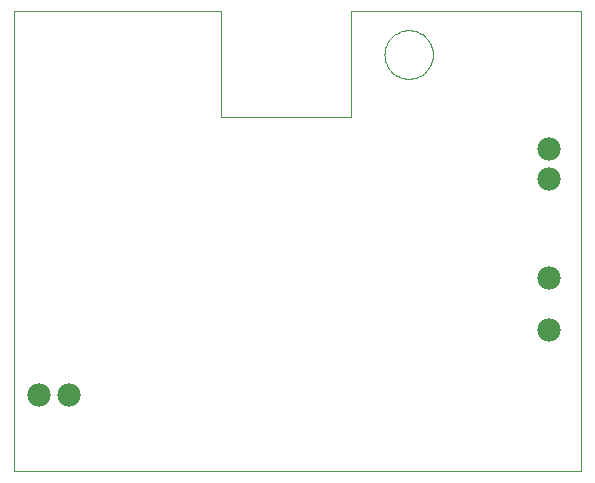
<source format=gbp>
G75*
%MOIN*%
%OFA0B0*%
%FSLAX24Y24*%
%IPPOS*%
%LPD*%
%AMOC8*
5,1,8,0,0,1.08239X$1,22.5*
%
%ADD10C,0.0000*%
%ADD11C,0.0780*%
D10*
X000139Y000149D02*
X000139Y015504D01*
X007029Y015504D01*
X007029Y011960D01*
X011360Y011960D01*
X011360Y015504D01*
X019037Y015504D01*
X019037Y000149D01*
X000139Y000149D01*
X012482Y014047D02*
X012484Y014103D01*
X012490Y014159D01*
X012500Y014215D01*
X012513Y014269D01*
X012531Y014323D01*
X012552Y014375D01*
X012576Y014426D01*
X012605Y014475D01*
X012636Y014521D01*
X012671Y014566D01*
X012708Y014608D01*
X012749Y014647D01*
X012792Y014683D01*
X012838Y014716D01*
X012885Y014746D01*
X012935Y014772D01*
X012987Y014795D01*
X013040Y014815D01*
X013094Y014830D01*
X013149Y014842D01*
X013205Y014850D01*
X013261Y014854D01*
X013317Y014854D01*
X013373Y014850D01*
X013429Y014842D01*
X013484Y014830D01*
X013538Y014815D01*
X013591Y014795D01*
X013643Y014772D01*
X013692Y014746D01*
X013740Y014716D01*
X013786Y014683D01*
X013829Y014647D01*
X013870Y014608D01*
X013907Y014566D01*
X013942Y014521D01*
X013973Y014475D01*
X014002Y014426D01*
X014026Y014375D01*
X014047Y014323D01*
X014065Y014269D01*
X014078Y014215D01*
X014088Y014159D01*
X014094Y014103D01*
X014096Y014047D01*
X014094Y013991D01*
X014088Y013935D01*
X014078Y013879D01*
X014065Y013825D01*
X014047Y013771D01*
X014026Y013719D01*
X014002Y013668D01*
X013973Y013619D01*
X013942Y013573D01*
X013907Y013528D01*
X013870Y013486D01*
X013829Y013447D01*
X013786Y013411D01*
X013740Y013378D01*
X013693Y013348D01*
X013643Y013322D01*
X013591Y013299D01*
X013538Y013279D01*
X013484Y013264D01*
X013429Y013252D01*
X013373Y013244D01*
X013317Y013240D01*
X013261Y013240D01*
X013205Y013244D01*
X013149Y013252D01*
X013094Y013264D01*
X013040Y013279D01*
X012987Y013299D01*
X012935Y013322D01*
X012885Y013348D01*
X012838Y013378D01*
X012792Y013411D01*
X012749Y013447D01*
X012708Y013486D01*
X012671Y013528D01*
X012636Y013573D01*
X012605Y013619D01*
X012576Y013668D01*
X012552Y013719D01*
X012531Y013771D01*
X012513Y013825D01*
X012500Y013879D01*
X012490Y013935D01*
X012484Y013991D01*
X012482Y014047D01*
D11*
X017974Y010897D03*
X017974Y009897D03*
X017974Y006606D03*
X017974Y004874D03*
X001950Y002709D03*
X000950Y002709D03*
M02*

</source>
